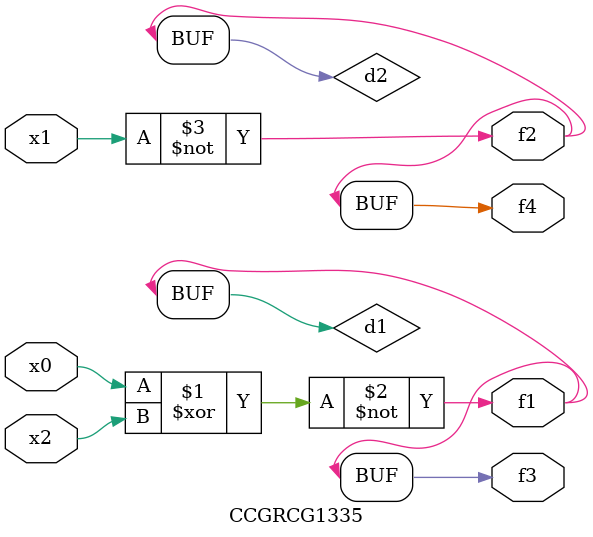
<source format=v>
module CCGRCG1335(
	input x0, x1, x2,
	output f1, f2, f3, f4
);

	wire d1, d2, d3;

	xnor (d1, x0, x2);
	nand (d2, x1);
	nor (d3, x1, x2);
	assign f1 = d1;
	assign f2 = d2;
	assign f3 = d1;
	assign f4 = d2;
endmodule

</source>
